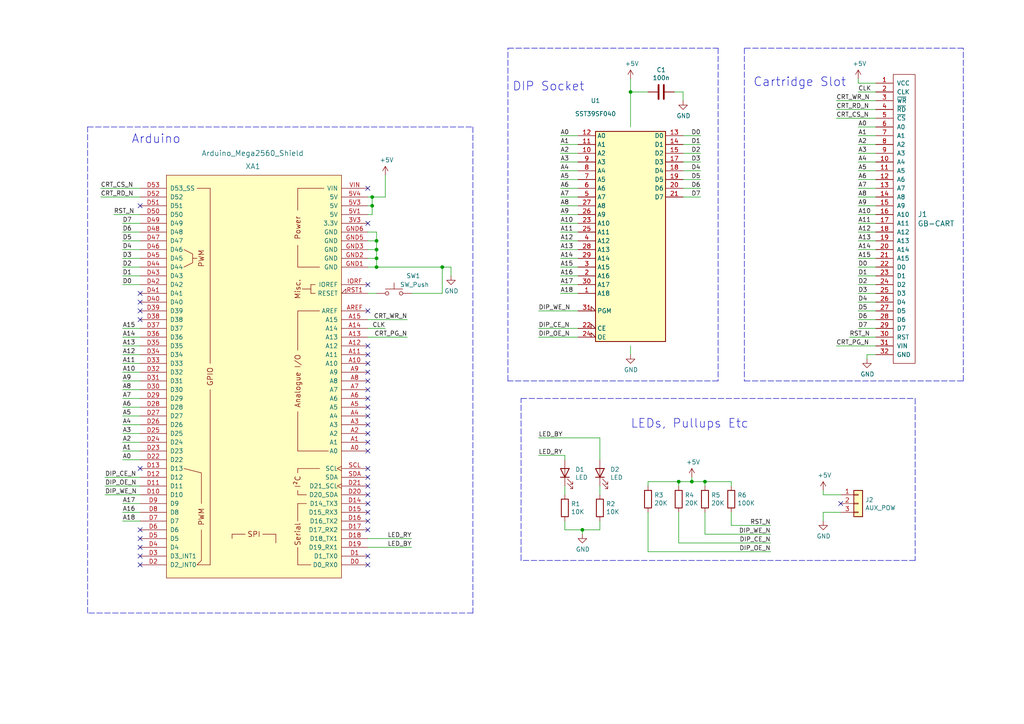
<source format=kicad_sch>
(kicad_sch (version 20211123) (generator eeschema)
  (paper "A4")
  (title_block (title "Writeboi Programmer") (date "2022-09-15") (company "ALXCO-Hardware"))
  (lib_symbols
    (symbol "Connector_Generic:Conn_01x03" (pin_names (offset 1.016) hide)
      (property "Reference" "J" (at 0 5.08 0))
      (property "Value" "Conn_01x03" (at 0 -5.08 0))
      (symbol "Conn_01x03_1_1"
        (rectangle (start -1.27 -2.413) (end 0 -2.667) (stroke (width 0.1524)))
        (rectangle (start -1.27 0.127) (end 0 -0.127) (stroke (width 0.1524)))
        (rectangle (start -1.27 2.667) (end 0 2.413) (stroke (width 0.1524)))
        (rectangle (start -1.27 3.81) (end 1.27 -3.81) (stroke (width 0.254)) (fill (type background)))
        (pin passive line (at -5.08 2.54 0) (length 3.81) (name "Pin_1") (number "1"))
        (pin passive line (at -5.08 0 0) (length 3.81) (name "Pin_2") (number "2"))
        (pin passive line (at -5.08 -2.54 0) (length 3.81) (name "Pin_3") (number "3"))
      )
    )
    (symbol "Device:C" (pin_numbers hide) (pin_names (offset 0.254))
      (property "Reference" "C" (at 0.635 2.54 0))
      (property "Value" "C" (at 0.635 -2.54 0))
      (symbol "C_0_1"
        (polyline (pts (xy -2.032 -0.762) (xy 2.032 -0.762)) (stroke (width 0.508)))
        (polyline (pts (xy -2.032 0.762) (xy 2.032 0.762)) (stroke (width 0.508)))
      )
      (symbol "C_1_1"
        (pin passive line (at 0 3.81 270) (length 2.794) (name "~") (number "1"))
        (pin passive line (at 0 -3.81 90) (length 2.794) (name "~") (number "2"))
      )
    )
    (symbol "Device:LED" (pin_numbers hide) (pin_names (offset 1.016) hide)
      (property "Reference" "D" (at 0 2.54 0))
      (property "Value" "LED" (at 0 -2.54 0))
      (symbol "LED_0_1"
        (polyline (pts (xy -1.27 -1.27) (xy -1.27 1.27)) (stroke (width 0.254)))
        (polyline (pts (xy -1.27 0) (xy 1.27 0)))
        (polyline (pts (xy 1.27 -1.27) (xy 1.27 1.27) (xy -1.27 0) (xy 1.27 -1.27)) (stroke (width 0.254)))
        (polyline (pts (xy -3.048 -0.762) (xy -4.572 -2.286) (xy -3.81 -2.286) (xy -4.572 -2.286) (xy -4.572 -1.524)))
        (polyline (pts (xy -1.778 -0.762) (xy -3.302 -2.286) (xy -2.54 -2.286) (xy -3.302 -2.286) (xy -3.302 -1.524)))
      )
      (symbol "LED_1_1"
        (pin passive line (at -3.81 0 0) (length 2.54) (name "K") (number "1"))
        (pin passive line (at 3.81 0 180) (length 2.54) (name "A") (number "2"))
      )
    )
    (symbol "Device:R" (pin_numbers hide) (pin_names (offset 0))
      (property "Reference" "R" (at 2.032 0 90))
      (property "Value" "R" (at 0 0 90))
      (symbol "R_0_1"
        (rectangle (start -1.016 -2.54) (end 1.016 2.54) (stroke (width 0.254)))
      )
      (symbol "R_1_1"
        (pin passive line (at 0 3.81 270) (length 1.27) (name "~") (number "1"))
        (pin passive line (at 0 -3.81 90) (length 1.27) (name "~") (number "2"))
      )
    )
    (symbol "GBprogparts:GB-CART" (pin_names (offset 1.016))
      (property "Reference" "J" (at -2.54 43.18 0))
      (property "Value" "GB-CART" (at 0 -43.18 0))
      (symbol "GB-CART_0_1"
        (rectangle (start -3.81 41.91) (end 2.54 -41.91))
      )
      (symbol "GB-CART_1_1"
        (pin power_out line (at 7.62 39.37 180) (length 5.08) (name "VCC") (number "1"))
        (pin output line (at 7.62 16.51 180) (length 5.08) (name "A4") (number "10"))
        (pin output line (at 7.62 13.97 180) (length 5.08) (name "A5") (number "11"))
        (pin output line (at 7.62 11.43 180) (length 5.08) (name "A6") (number "12"))
        (pin output line (at 7.62 8.89 180) (length 5.08) (name "A7") (number "13"))
        (pin output line (at 7.62 6.35 180) (length 5.08) (name "A8") (number "14"))
        (pin output line (at 7.62 3.81 180) (length 5.08) (name "A9") (number "15"))
        (pin output line (at 7.62 1.27 180) (length 5.08) (name "A10") (number "16"))
        (pin output line (at 7.62 -1.27 180) (length 5.08) (name "A11") (number "17"))
        (pin output line (at 7.62 -3.81 180) (length 5.08) (name "A12") (number "18"))
        (pin output line (at 7.62 -6.35 180) (length 5.08) (name "A13") (number "19"))
        (pin output line (at 7.62 36.83 180) (length 5.08) (name "CLK") (number "2"))
        (pin output line (at 7.62 -8.89 180) (length 5.08) (name "A14") (number "20"))
        (pin output line (at 7.62 -11.43 180) (length 5.08) (name "A15") (number "21"))
        (pin tri_state line (at 7.62 -13.97 180) (length 5.08) (name "D0") (number "22"))
        (pin tri_state line (at 7.62 -16.51 180) (length 5.08) (name "D1") (number "23"))
        (pin tri_state line (at 7.62 -19.05 180) (length 5.08) (name "D2") (number "24"))
        (pin tri_state line (at 7.62 -21.59 180) (length 5.08) (name "D3") (number "25"))
        (pin tri_state line (at 7.62 -24.13 180) (length 5.08) (name "D4") (number "26"))
        (pin tri_state line (at 7.62 -26.67 180) (length 5.08) (name "D5") (number "27"))
        (pin tri_state line (at 7.62 -29.21 180) (length 5.08) (name "D6") (number "28"))
        (pin tri_state line (at 7.62 -31.75 180) (length 5.08) (name "D7") (number "29"))
        (pin output line (at 7.62 34.29 180) (length 5.08) (name "~{WR}") (number "3"))
        (pin output line (at 7.62 -34.29 180) (length 5.08) (name "RST") (number "30"))
        (pin input line (at 7.62 -36.83 180) (length 5.08) (name "VIN") (number "31"))
        (pin power_out line (at 7.62 -39.37 180) (length 5.08) (name "GND") (number "32"))
        (pin output line (at 7.62 31.75 180) (length 5.08) (name "~{RD}") (number "4"))
        (pin output line (at 7.62 29.21 180) (length 5.08) (name "~{CS}") (number "5"))
        (pin output line (at 7.62 26.67 180) (length 5.08) (name "A0") (number "6"))
        (pin output line (at 7.62 24.13 180) (length 5.08) (name "A1") (number "7"))
        (pin output line (at 7.62 21.59 180) (length 5.08) (name "A2") (number "8"))
        (pin output line (at 7.62 19.05 180) (length 5.08) (name "A3") (number "9"))
      )
    )
    (symbol "Memory_Flash:SST39SF040"
      (property "Reference" "U" (at 2.54 33.02 0))
      (property "Value" "SST39SF040" (at 0 -30.48 0))
      (symbol "SST39SF040_0_0"
        (pin power_in line (at 0 -30.48 90) (length 1.27) hide (name "GND") (number "16"))
        (pin power_in line (at 0 33.02 270) (length 1.27) hide (name "VCC") (number "32"))
      )
      (symbol "SST39SF040_0_1"
        (rectangle (start -10.16 31.75) (end 10.16 -29.21) (stroke (width 0.254)) (fill (type background)))
      )
      (symbol "SST39SF040_1_1"
        (pin input line (at -15.24 -15.24 0) (length 5.08) (name "A18") (number "1"))
        (pin input line (at -15.24 25.4 0) (length 5.08) (name "A2") (number "10"))
        (pin input line (at -15.24 27.94 0) (length 5.08) (name "A1") (number "11"))
        (pin input line (at -15.24 30.48 0) (length 5.08) (name "A0") (number "12"))
        (pin tri_state line (at 15.24 30.48 180) (length 5.08) (name "D0") (number "13"))
        (pin tri_state line (at 15.24 27.94 180) (length 5.08) (name "D1") (number "14"))
        (pin tri_state line (at 15.24 25.4 180) (length 5.08) (name "D2") (number "15"))
        (pin tri_state line (at 15.24 22.86 180) (length 5.08) (name "D3") (number "17"))
        (pin tri_state line (at 15.24 20.32 180) (length 5.08) (name "D4") (number "18"))
        (pin tri_state line (at 15.24 17.78 180) (length 5.08) (name "D5") (number "19"))
        (pin input line (at -15.24 -10.16 0) (length 5.08) (name "A16") (number "2"))
        (pin tri_state line (at 15.24 15.24 180) (length 5.08) (name "D6") (number "20"))
        (pin tri_state line (at 15.24 12.7 180) (length 5.08) (name "D7") (number "21"))
        (pin input input_low (at -15.24 -25.4 0) (length 5.08) (name "CE") (number "22"))
        (pin input line (at -15.24 5.08 0) (length 5.08) (name "A10") (number "23"))
        (pin input input_low (at -15.24 -27.94 0) (length 5.08) (name "OE") (number "24"))
        (pin input line (at -15.24 2.54 0) (length 5.08) (name "A11") (number "25"))
        (pin input line (at -15.24 7.62 0) (length 5.08) (name "A9") (number "26"))
        (pin input line (at -15.24 10.16 0) (length 5.08) (name "A8") (number "27"))
        (pin input line (at -15.24 -2.54 0) (length 5.08) (name "A13") (number "28"))
        (pin input line (at -15.24 -5.08 0) (length 5.08) (name "A14") (number "29"))
        (pin input line (at -15.24 -7.62 0) (length 5.08) (name "A15") (number "3"))
        (pin input line (at -15.24 -12.7 0) (length 5.08) (name "A17") (number "30"))
        (pin input input_low (at -15.24 -20.32 0) (length 5.08) (name "PGM") (number "31"))
        (pin input line (at -15.24 0 0) (length 5.08) (name "A12") (number "4"))
        (pin input line (at -15.24 12.7 0) (length 5.08) (name "A7") (number "5"))
        (pin input line (at -15.24 15.24 0) (length 5.08) (name "A6") (number "6"))
        (pin input line (at -15.24 17.78 0) (length 5.08) (name "A5") (number "7"))
        (pin input line (at -15.24 20.32 0) (length 5.08) (name "A4") (number "8"))
        (pin input line (at -15.24 22.86 0) (length 5.08) (name "A3") (number "9"))
      )
    )
    (symbol "Switch:SW_Push" (pin_numbers hide) (pin_names (offset 1.016) hide)
      (property "Reference" "SW" (at 1.27 2.54 0))
      (property "Value" "SW_Push" (at 0 -1.524 0))
      (symbol "SW_Push_0_1"
        (circle (center -2.032 0) (radius 0.508))
        (polyline (pts (xy 0 1.27) (xy 0 3.048)))
        (polyline (pts (xy 2.54 1.27) (xy -2.54 1.27)))
        (circle (center 2.032 0) (radius 0.508))
        (pin passive line (at -5.08 0 0) (length 2.54) (name "1") (number "1"))
        (pin passive line (at 5.08 0 180) (length 2.54) (name "2") (number "2"))
      )
    )
    (symbol "arduino:Arduino_Mega2560_ShieldNOSPI" (pin_names (offset 1.016))
      (property "Reference" "XA" (at 2.54 0 90))
      (property "Value" "Arduino_Mega2560_ShieldNOSPI" (at -2.54 0 90))
      (symbol "Arduino_Mega2560_ShieldNOSPI_0_0"
        (rectangle (start -25.4 -58.42) (end 25.4 58.42) (fill (type background)))
        (rectangle (start -20.32 -54.61) (end -12.7 -54.61))
        (rectangle (start -19.05 -31.75) (end -12.7 -31.75))
        (rectangle (start -19.05 -19.05) (end -12.7 -19.05))
        (rectangle (start -19.05 26.67) (end -12.7 26.67))
        (rectangle (start -17.78 -26.67) (end -16.51 -26.67))
        (rectangle (start -17.78 -24.13) (end -16.51 -24.13))
        (rectangle (start -16.51 -25.4) (end -13.97 -25.4))
        (rectangle (start -16.51 -24.13) (end -16.51 -26.67))
        (rectangle (start -16.51 54.61) (end -12.7 54.61))
        (rectangle (start -15.24 34.29) (end -12.7 34.29))
        (rectangle (start -15.24 36.83) (end -12.7 36.83))
        (rectangle (start -12.7 -54.61) (end -12.7 -48.26))
        (rectangle (start -12.7 -31.75) (end -12.7 -38.1))
        (rectangle (start -12.7 26.67) (end -12.7 27.94))
        (rectangle (start -12.7 34.29) (end -12.7 33.02))
        (rectangle (start -12.7 41.91) (end -12.7 36.83))
        (rectangle (start -12.7 49.53) (end -12.7 54.61))
        (rectangle (start -6.35 48.26) (end -6.35 45.72))
        (rectangle (start -2.54 45.72) (end -6.35 45.72))
        (polyline (pts (xy -21.59 21.59) (xy -12.7 21.59)))
        (polyline (pts (xy -12.7 -19.05) (xy -12.7 -7.62)))
        (polyline (pts (xy -12.7 10.16) (xy -12.7 21.59)))
        (polyline (pts (xy 12.7 -54.61) (xy 16.51 -54.61)))
        (polyline (pts (xy 12.7 54.61) (xy 16.51 54.61)))
        (polyline (pts (xy 17.78 -34.29) (xy 16.51 -34.29)))
        (polyline (pts (xy 15.24 36.83) (xy 15.24 27.94) (xy 20.32 26.67)))
        (polyline (pts (xy 15.24 44.45) (xy 15.24 53.34) (xy 16.51 54.61)))
        (polyline (pts (xy 20.32 -31.75) (xy 17.78 -33.02) (xy 17.78 -35.56) (xy 20.32 -36.83)))
        (rectangle (start 6.35 45.72) (end 2.54 45.72))
        (rectangle (start 6.35 46.99) (end 6.35 45.72))
        (text "Analogue I/O" (at -12.7 1.27 900) (effects (font (size 1.524 1.524))))
        (text "I²C" (at -12.7 30.48 900) (effects (font (size 1.524 1.524))))
        (text "Misc." (at -12.7 -25.4 900) (effects (font (size 1.524 1.524))))
        (text "Power" (at -12.7 -43.18 900) (effects (font (size 1.524 1.524))))
        (text "PWM" (at 15.24 -34.29 900) (effects (font (size 1.524 1.524))))
        (text "PWM" (at 15.24 40.64 900) (effects (font (size 1.524 1.524))))
        (text "Serial" (at -12.7 45.72 900) (effects (font (size 1.524 1.524))))
        (text "SPI" (at 0 45.72 0) (effects (font (size 1.524 1.524))))
      )
      (symbol "Arduino_Mega2560_ShieldNOSPI_1_0"
        (rectangle (start 12.7 -54.61) (end 12.7 -3.81))
        (rectangle (start 12.7 54.61) (end 12.7 3.81))
        (text "GPIO" (at 12.7 0 900) (effects (font (size 1.524 1.524))))
      )
      (symbol "Arduino_Mega2560_ShieldNOSPI_1_1"
        (pin power_in line (at -33.02 -44.45 0) (length 7.62) (name "3.3V") (number "3V3"))
        (pin power_in line (at -33.02 -46.99 0) (length 7.62) (name "5V") (number "5V1"))
        (pin power_in line (at -33.02 -49.53 0) (length 7.62) (name "5V") (number "5V3"))
        (pin power_in line (at -33.02 -52.07 0) (length 7.62) (name "5V") (number "5V4"))
        (pin bidirectional line (at -33.02 21.59 0) (length 7.62) (name "A0") (number "A0"))
        (pin bidirectional line (at -33.02 19.05 0) (length 7.62) (name "A1") (number "A1"))
        (pin bidirectional line (at -33.02 -3.81 0) (length 7.62) (name "A10") (number "A10"))
        (pin bidirectional line (at -33.02 -6.35 0) (length 7.62) (name "A11") (number "A11"))
        (pin bidirectional line (at -33.02 -8.89 0) (length 7.62) (name "A12") (number "A12"))
        (pin bidirectional line (at -33.02 -11.43 0) (length 7.62) (name "A13") (number "A13"))
        (pin bidirectional line (at -33.02 -13.97 0) (length 7.62) (name "A14") (number "A14"))
        (pin bidirectional line (at -33.02 -16.51 0) (length 7.62) (name "A15") (number "A15"))
        (pin bidirectional line (at -33.02 16.51 0) (length 7.62) (name "A2") (number "A2"))
        (pin bidirectional line (at -33.02 13.97 0) (length 7.62) (name "A3") (number "A3"))
        (pin bidirectional line (at -33.02 11.43 0) (length 7.62) (name "A4") (number "A4"))
        (pin bidirectional line (at -33.02 8.89 0) (length 7.62) (name "A5") (number "A5"))
        (pin bidirectional line (at -33.02 6.35 0) (length 7.62) (name "A6") (number "A6"))
        (pin bidirectional line (at -33.02 3.81 0) (length 7.62) (name "A7") (number "A7"))
        (pin bidirectional line (at -33.02 1.27 0) (length 7.62) (name "A8") (number "A8"))
        (pin bidirectional line (at -33.02 -1.27 0) (length 7.62) (name "A9") (number "A9"))
        (pin input line (at -33.02 -19.05 0) (length 7.62) (name "AREF") (number "AREF"))
        (pin bidirectional line (at -33.02 54.61 0) (length 7.62) (name "D0_RX0") (number "D0"))
        (pin bidirectional line (at -33.02 52.07 0) (length 7.62) (name "D1_TX0") (number "D1"))
        (pin bidirectional line (at 33.02 34.29 180) (length 7.62) (name "D10") (number "D10"))
        (pin bidirectional line (at 33.02 31.75 180) (length 7.62) (name "D11") (number "D11"))
        (pin bidirectional line (at 33.02 29.21 180) (length 7.62) (name "D12") (number "D12"))
        (pin bidirectional line (at 33.02 26.67 180) (length 7.62) (name "D13") (number "D13"))
        (pin bidirectional line (at -33.02 36.83 0) (length 7.62) (name "D14_TX3") (number "D14"))
        (pin bidirectional line (at -33.02 39.37 0) (length 7.62) (name "D15_RX3") (number "D15"))
        (pin bidirectional line (at -33.02 41.91 0) (length 7.62) (name "D16_TX2") (number "D16"))
        (pin bidirectional line (at -33.02 44.45 0) (length 7.62) (name "D17_RX2") (number "D17"))
        (pin bidirectional line (at -33.02 46.99 0) (length 7.62) (name "D18_TX1") (number "D18"))
        (pin bidirectional line (at -33.02 49.53 0) (length 7.62) (name "D19_RX1") (number "D19"))
        (pin bidirectional line (at 33.02 54.61 180) (length 7.62) (name "D2_INT0") (number "D2"))
        (pin bidirectional line (at -33.02 34.29 0) (length 7.62) (name "D20_SDA") (number "D20"))
        (pin bidirectional clock (at -33.02 31.75 0) (length 7.62) (name "D21_SCL") (number "D21"))
        (pin bidirectional line (at 33.02 24.13 180) (length 7.62) (name "D22") (number "D22"))
        (pin bidirectional line (at 33.02 21.59 180) (length 7.62) (name "D23") (number "D23"))
        (pin bidirectional line (at 33.02 19.05 180) (length 7.62) (name "D24") (number "D24"))
        (pin bidirectional line (at 33.02 16.51 180) (length 7.62) (name "D25") (number "D25"))
        (pin bidirectional line (at 33.02 13.97 180) (length 7.62) (name "D26") (number "D26"))
        (pin bidirectional line (at 33.02 11.43 180) (length 7.62) (name "D27") (number "D27"))
        (pin bidirectional line (at 33.02 8.89 180) (length 7.62) (name "D28") (number "D28"))
        (pin bidirectional line (at 33.02 6.35 180) (length 7.62) (name "D29") (number "D29"))
        (pin bidirectional line (at 33.02 52.07 180) (length 7.62) (name "D3_INT1") (number "D3"))
        (pin bidirectional line (at 33.02 3.81 180) (length 7.62) (name "D30") (number "D30"))
        (pin bidirectional line (at 33.02 1.27 180) (length 7.62) (name "D31") (number "D31"))
        (pin bidirectional line (at 33.02 -1.27 180) (length 7.62) (name "D32") (number "D32"))
        (pin bidirectional line (at 33.02 -3.81 180) (length 7.62) (name "D33") (number "D33"))
        (pin bidirectional line (at 33.02 -6.35 180) (length 7.62) (name "D34") (number "D34"))
        (pin bidirectional line (at 33.02 -8.89 180) (length 7.62) (name "D35") (number "D35"))
        (pin bidirectional line (at 33.02 -11.43 180) (length 7.62) (name "D36") (number "D36"))
        (pin bidirectional line (at 33.02 -13.97 180) (length 7.62) (name "D37") (number "D37"))
        (pin bidirectional line (at 33.02 -16.51 180) (length 7.62) (name "D38") (number "D38"))
        (pin bidirectional line (at 33.02 -19.05 180) (length 7.62) (name "D39") (number "D39"))
        (pin bidirectional line (at 33.02 49.53 180) (length 7.62) (name "D4") (number "D4"))
        (pin bidirectional line (at 33.02 -21.59 180) (length 7.62) (name "D40") (number "D40"))
        (pin bidirectional line (at 33.02 -24.13 180) (length 7.62) (name "D41") (number "D41"))
        (pin bidirectional line (at 33.02 -26.67 180) (length 7.62) (name "D42") (number "D42"))
        (pin bidirectional line (at 33.02 -29.21 180) (length 7.62) (name "D43") (number "D43"))
        (pin bidirectional line (at 33.02 -31.75 180) (length 7.62) (name "D44") (number "D44"))
        (pin bidirectional line (at 33.02 -34.29 180) (length 7.62) (name "D45") (number "D45"))
        (pin bidirectional line (at 33.02 -36.83 180) (length 7.62) (name "D46") (number "D46"))
        (pin bidirectional line (at 33.02 -39.37 180) (length 7.62) (name "D47") (number "D47"))
        (pin bidirectional line (at 33.02 -41.91 180) (length 7.62) (name "D48") (number "D48"))
        (pin bidirectional line (at 33.02 -44.45 180) (length 7.62) (name "D49") (number "D49"))
        (pin bidirectional line (at 33.02 46.99 180) (length 7.62) (name "D5") (number "D5"))
        (pin bidirectional line (at 33.02 -46.99 180) (length 7.62) (name "D50") (number "D50"))
        (pin bidirectional line (at 33.02 -49.53 180) (length 7.62) (name "D51") (number "D51"))
        (pin bidirectional line (at 33.02 -52.07 180) (length 7.62) (name "D52") (number "D52"))
        (pin bidirectional line (at 33.02 -54.61 180) (length 7.62) (name "D53_SS") (number "D53"))
        (pin bidirectional line (at 33.02 44.45 180) (length 7.62) (name "D6") (number "D6"))
        (pin bidirectional line (at 33.02 41.91 180) (length 7.62) (name "D7") (number "D7"))
        (pin bidirectional line (at 33.02 39.37 180) (length 7.62) (name "D8") (number "D8"))
        (pin bidirectional line (at 33.02 36.83 180) (length 7.62) (name "D9") (number "D9"))
        (pin power_in line (at -33.02 -31.75 0) (length 7.62) (name "GND") (number "GND1"))
        (pin power_in line (at -33.02 -34.29 0) (length 7.62) (name "GND") (number "GND2"))
        (pin power_in line (at -33.02 -36.83 0) (length 7.62) (name "GND") (number "GND3"))
        (pin power_in line (at -33.02 -39.37 0) (length 7.62) (name "GND") (number "GND5"))
        (pin power_in line (at -33.02 -41.91 0) (length 7.62) (name "GND") (number "GND6"))
        (pin output line (at -33.02 -26.67 0) (length 7.62) (name "IOREF") (number "IORF"))
        (pin open_collector input_low (at -33.02 -24.13 0) (length 7.62) (name "RESET") (number "RST1"))
        (pin bidirectional clock (at -33.02 26.67 0) (length 7.62) (name "SCL") (number "SCL"))
        (pin bidirectional line (at -33.02 29.21 0) (length 7.62) (name "SDA") (number "SDA"))
        (pin power_in line (at -33.02 -54.61 0) (length 7.62) (name "VIN") (number "VIN"))
      )
    )
    (symbol "power:+5V" (power) (pin_names (offset 0))
      (property "Value" "+5V" (at 0 3.556 0))
      (symbol "+5V_0_1"
        (polyline (pts (xy -0.762 1.27) (xy 0 2.54)))
        (polyline (pts (xy 0 0) (xy 0 2.54)))
        (polyline (pts (xy 0 2.54) (xy 0.762 1.27)))
      )
      (symbol "+5V_1_1"
        (pin power_in line (at 0 0 90) (length 0) hide (name "+5V") (number "1"))
      )
    )
    (symbol "power:GND" (power) (pin_names (offset 0))
      (property "Value" "GND" (at 0 -3.81 0))
      (symbol "GND_0_1"
        (polyline (pts (xy 0 0) (xy 0 -1.27) (xy 1.27 -1.27) (xy 0 -2.54) (xy -1.27 -1.27) (xy 0 -1.27)))
      )
      (symbol "GND_1_1"
        (pin power_in line (at 0 0 270) (length 0) hide (name "GND") (number "1"))
      )
    )
  )
  (junction (at 109.22 72.39))
  (junction (at 109.22 69.85))
  (junction (at 200.66 139.7))
  (junction (at 107.95 57.15))
  (junction (at 107.95 59.69))
  (junction (at 109.22 77.47))
  (junction (at 204.47 139.7))
  (junction (at 128.27 77.47))
  (junction (at 109.22 74.93))
  (junction (at 182.88 26.67))
  (junction (at 168.91 153.67))
  (junction (at 196.85 139.7))
  (no_connect (at 40.64 59.69))
  (no_connect (at 106.68 143.51))
  (no_connect (at 106.68 146.05))
  (no_connect (at 106.68 105.41))
  (no_connect (at 40.64 92.71))
  (no_connect (at 40.64 90.17))
  (no_connect (at 40.64 163.83))
  (no_connect (at 40.64 85.09))
  (no_connect (at 106.68 128.27))
  (no_connect (at 106.68 54.61))
  (no_connect (at 106.68 102.87))
  (no_connect (at 106.68 163.83))
  (no_connect (at 106.68 107.95))
  (no_connect (at 106.68 82.55))
  (no_connect (at 40.64 135.89))
  (no_connect (at 40.64 153.67))
  (no_connect (at 106.68 90.17))
  (no_connect (at 106.68 125.73))
  (no_connect (at 40.64 161.29))
  (no_connect (at 106.68 130.81))
  (no_connect (at 106.68 115.57))
  (no_connect (at 106.68 123.19))
  (no_connect (at 106.68 110.49))
  (no_connect (at 106.68 118.11))
  (no_connect (at 106.68 148.59))
  (no_connect (at 106.68 161.29))
  (no_connect (at 106.68 64.77))
  (no_connect (at 106.68 135.89))
  (no_connect (at 106.68 151.13))
  (no_connect (at 106.68 153.67))
  (no_connect (at 106.68 120.65))
  (no_connect (at 106.68 138.43))
  (no_connect (at 106.68 100.33))
  (no_connect (at 243.84 146.05))
  (no_connect (at 40.64 156.21))
  (no_connect (at 106.68 140.97))
  (no_connect (at 40.64 87.63))
  (no_connect (at 106.68 113.03))
  (no_connect (at 40.64 158.75))
  (polyline (pts (xy 208.28 13.97) (xy 208.28 110.49)))
  (wire (pts (xy 242.57 100.33) (xy 254 100.33)))
  (wire (pts (xy 163.83 153.67) (xy 168.91 153.67)))
  (wire (pts (xy 212.09 139.7) (xy 204.47 139.7)))
  (polyline (pts (xy 25.4 177.8) (xy 25.4 36.83)))
  (wire (pts (xy 212.09 148.59) (xy 212.09 152.4)))
  (wire (pts (xy 254 29.21) (xy 242.57 29.21)))
  (wire (pts (xy 242.57 31.75) (xy 254 31.75)))
  (wire (pts (xy 248.92 77.47) (xy 254 77.47)))
  (wire (pts (xy 254 64.77) (xy 248.92 64.77)))
  (wire (pts (xy 182.88 102.87) (xy 182.88 100.33)))
  (wire (pts (xy 106.68 72.39) (xy 109.22 72.39)))
  (wire (pts (xy 198.12 26.67) (xy 198.12 29.21)))
  (polyline (pts (xy 279.4 13.97) (xy 215.9 13.97)))
  (wire (pts (xy 40.64 100.33) (xy 35.56 100.33)))
  (wire (pts (xy 254 59.69) (xy 248.92 59.69)))
  (wire (pts (xy 109.22 74.93) (xy 109.22 77.47)))
  (wire (pts (xy 40.64 143.51) (xy 30.48 143.51)))
  (wire (pts (xy 248.92 90.17) (xy 254 90.17)))
  (wire (pts (xy 40.64 110.49) (xy 35.56 110.49)))
  (wire (pts (xy 254 46.99) (xy 248.92 46.99)))
  (wire (pts (xy 40.64 105.41) (xy 35.56 105.41)))
  (wire (pts (xy 162.56 54.61) (xy 167.64 54.61)))
  (wire (pts (xy 212.09 152.4) (xy 223.52 152.4)))
  (polyline (pts (xy 265.43 162.56) (xy 151.13 162.56)))
  (wire (pts (xy 173.99 153.67) (xy 168.91 153.67)))
  (wire (pts (xy 182.88 36.83) (xy 182.88 26.67)))
  (wire (pts (xy 238.76 143.51) (xy 243.84 143.51)))
  (wire (pts (xy 173.99 127) (xy 173.99 133.35)))
  (wire (pts (xy 187.96 139.7) (xy 196.85 139.7)))
  (wire (pts (xy 162.56 59.69) (xy 167.64 59.69)))
  (wire (pts (xy 212.09 140.97) (xy 212.09 139.7)))
  (polyline (pts (xy 137.16 177.8) (xy 25.4 177.8)))
  (wire (pts (xy 238.76 151.13) (xy 238.76 148.59)))
  (wire (pts (xy 40.64 128.27) (xy 35.56 128.27)))
  (wire (pts (xy 162.56 49.53) (xy 167.64 49.53)))
  (wire (pts (xy 248.92 57.15) (xy 254 57.15)))
  (wire (pts (xy 254 41.91) (xy 248.92 41.91)))
  (wire (pts (xy 106.68 69.85) (xy 109.22 69.85)))
  (polyline (pts (xy 147.32 13.97) (xy 208.28 13.97)))
  (wire (pts (xy 35.56 151.13) (xy 40.64 151.13)))
  (wire (pts (xy 203.2 57.15) (xy 198.12 57.15)))
  (wire (pts (xy 254 80.01) (xy 248.92 80.01)))
  (wire (pts (xy 35.56 107.95) (xy 40.64 107.95)))
  (wire (pts (xy 196.85 148.59) (xy 196.85 157.48)))
  (wire (pts (xy 198.12 44.45) (xy 203.2 44.45)))
  (wire (pts (xy 251.46 102.87) (xy 251.46 104.14)))
  (wire (pts (xy 118.11 92.71) (xy 106.68 92.71)))
  (wire (pts (xy 163.83 132.08) (xy 163.83 133.35)))
  (wire (pts (xy 40.64 115.57) (xy 35.56 115.57)))
  (wire (pts (xy 203.2 52.07) (xy 198.12 52.07)))
  (wire (pts (xy 130.81 77.47) (xy 130.81 80.01)))
  (wire (pts (xy 35.56 148.59) (xy 40.64 148.59)))
  (wire (pts (xy 238.76 148.59) (xy 243.84 148.59)))
  (wire (pts (xy 35.56 102.87) (xy 40.64 102.87)))
  (wire (pts (xy 35.56 97.79) (xy 40.64 97.79)))
  (wire (pts (xy 156.21 95.25) (xy 167.64 95.25)))
  (wire (pts (xy 162.56 57.15) (xy 167.64 57.15)))
  (wire (pts (xy 204.47 148.59) (xy 204.47 154.94)))
  (wire (pts (xy 198.12 39.37) (xy 203.2 39.37)))
  (wire (pts (xy 156.21 90.17) (xy 167.64 90.17)))
  (polyline (pts (xy 215.9 110.49) (xy 279.4 110.49)))
  (wire (pts (xy 248.92 85.09) (xy 254 85.09)))
  (wire (pts (xy 204.47 154.94) (xy 223.52 154.94)))
  (wire (pts (xy 128.27 77.47) (xy 130.81 77.47)))
  (wire (pts (xy 106.68 158.75) (xy 119.38 158.75)))
  (wire (pts (xy 162.56 39.37) (xy 167.64 39.37)))
  (polyline (pts (xy 25.4 36.83) (xy 137.16 36.83)))
  (polyline (pts (xy 151.13 115.57) (xy 265.43 115.57)))
  (wire (pts (xy 248.92 44.45) (xy 254 44.45)))
  (wire (pts (xy 40.64 133.35) (xy 35.56 133.35)))
  (wire (pts (xy 35.56 72.39) (xy 40.64 72.39)))
  (wire (pts (xy 106.68 67.31) (xy 109.22 67.31)))
  (wire (pts (xy 254 97.79) (xy 246.38 97.79)))
  (wire (pts (xy 162.56 44.45) (xy 167.64 44.45)))
  (wire (pts (xy 173.99 143.51) (xy 173.99 140.97)))
  (wire (pts (xy 29.21 57.15) (xy 40.64 57.15)))
  (polyline (pts (xy 151.13 162.56) (xy 151.13 115.57)))
  (wire (pts (xy 107.95 57.15) (xy 107.95 59.69)))
  (wire (pts (xy 107.95 57.15) (xy 111.76 57.15)))
  (wire (pts (xy 248.92 72.39) (xy 254 72.39)))
  (wire (pts (xy 196.85 140.97) (xy 196.85 139.7)))
  (wire (pts (xy 106.68 74.93) (xy 109.22 74.93)))
  (wire (pts (xy 248.92 22.86) (xy 248.92 24.13)))
  (wire (pts (xy 35.56 67.31) (xy 40.64 67.31)))
  (wire (pts (xy 106.68 85.09) (xy 109.22 85.09)))
  (wire (pts (xy 187.96 148.59) (xy 187.96 160.02)))
  (wire (pts (xy 254 69.85) (xy 248.92 69.85)))
  (wire (pts (xy 248.92 24.13) (xy 254 24.13)))
  (wire (pts (xy 195.58 26.67) (xy 198.12 26.67)))
  (wire (pts (xy 162.56 41.91) (xy 167.64 41.91)))
  (wire (pts (xy 106.68 156.21) (xy 119.38 156.21)))
  (wire (pts (xy 109.22 69.85) (xy 109.22 72.39)))
  (wire (pts (xy 40.64 120.65) (xy 35.56 120.65)))
  (wire (pts (xy 162.56 74.93) (xy 167.64 74.93)))
  (wire (pts (xy 162.56 64.77) (xy 167.64 64.77)))
  (wire (pts (xy 162.56 69.85) (xy 167.64 69.85)))
  (wire (pts (xy 168.91 153.67) (xy 168.91 154.94)))
  (wire (pts (xy 156.21 132.08) (xy 163.83 132.08)))
  (wire (pts (xy 111.76 57.15) (xy 111.76 50.8)))
  (wire (pts (xy 254 54.61) (xy 248.92 54.61)))
  (wire (pts (xy 248.92 52.07) (xy 254 52.07)))
  (wire (pts (xy 40.64 80.01) (xy 35.56 80.01)))
  (wire (pts (xy 109.22 77.47) (xy 128.27 77.47)))
  (wire (pts (xy 107.95 62.23) (xy 106.68 62.23)))
  (wire (pts (xy 35.56 74.93) (xy 40.64 74.93)))
  (wire (pts (xy 187.96 160.02) (xy 223.52 160.02)))
  (wire (pts (xy 248.92 39.37) (xy 254 39.37)))
  (wire (pts (xy 162.56 77.47) (xy 167.64 77.47)))
  (wire (pts (xy 254 34.29) (xy 242.57 34.29)))
  (wire (pts (xy 248.92 26.67) (xy 254 26.67)))
  (wire (pts (xy 254 74.93) (xy 248.92 74.93)))
  (wire (pts (xy 162.56 80.01) (xy 167.64 80.01)))
  (wire (pts (xy 198.12 49.53) (xy 203.2 49.53)))
  (wire (pts (xy 162.56 67.31) (xy 167.64 67.31)))
  (wire (pts (xy 182.88 26.67) (xy 182.88 22.86)))
  (wire (pts (xy 40.64 62.23) (xy 33.02 62.23)))
  (wire (pts (xy 119.38 85.09) (xy 128.27 85.09)))
  (wire (pts (xy 35.56 69.85) (xy 40.64 69.85)))
  (wire (pts (xy 254 49.53) (xy 248.92 49.53)))
  (wire (pts (xy 163.83 151.13) (xy 163.83 153.67)))
  (wire (pts (xy 40.64 95.25) (xy 35.56 95.25)))
  (wire (pts (xy 35.56 146.05) (xy 40.64 146.05)))
  (wire (pts (xy 248.92 67.31) (xy 254 67.31)))
  (wire (pts (xy 173.99 151.13) (xy 173.99 153.67)))
  (wire (pts (xy 156.21 97.79) (xy 167.64 97.79)))
  (wire (pts (xy 162.56 82.55) (xy 167.64 82.55)))
  (wire (pts (xy 128.27 85.09) (xy 128.27 77.47)))
  (wire (pts (xy 248.92 87.63) (xy 254 87.63)))
  (wire (pts (xy 35.56 77.47) (xy 40.64 77.47)))
  (wire (pts (xy 248.92 95.25) (xy 254 95.25)))
  (wire (pts (xy 40.64 54.61) (xy 29.21 54.61)))
  (wire (pts (xy 162.56 85.09) (xy 167.64 85.09)))
  (wire (pts (xy 109.22 67.31) (xy 109.22 69.85)))
  (wire (pts (xy 35.56 118.11) (xy 40.64 118.11)))
  (wire (pts (xy 35.56 113.03) (xy 40.64 113.03)))
  (wire (pts (xy 248.92 92.71) (xy 254 92.71)))
  (wire (pts (xy 187.96 26.67) (xy 182.88 26.67)))
  (wire (pts (xy 106.68 77.47) (xy 109.22 77.47)))
  (wire (pts (xy 106.68 97.79) (xy 118.11 97.79)))
  (polyline (pts (xy 137.16 36.83) (xy 137.16 177.8)))
  (wire (pts (xy 162.56 62.23) (xy 167.64 62.23)))
  (wire (pts (xy 254 102.87) (xy 251.46 102.87)))
  (wire (pts (xy 200.66 139.7) (xy 200.66 138.43)))
  (wire (pts (xy 204.47 140.97) (xy 204.47 139.7)))
  (polyline (pts (xy 279.4 110.49) (xy 279.4 13.97)))
  (polyline (pts (xy 265.43 115.57) (xy 265.43 162.56)))
  (wire (pts (xy 35.56 64.77) (xy 40.64 64.77)))
  (wire (pts (xy 196.85 139.7) (xy 200.66 139.7)))
  (wire (pts (xy 106.68 57.15) (xy 107.95 57.15)))
  (wire (pts (xy 162.56 72.39) (xy 167.64 72.39)))
  (wire (pts (xy 30.48 138.43) (xy 40.64 138.43)))
  (wire (pts (xy 204.47 139.7) (xy 200.66 139.7)))
  (polyline (pts (xy 208.28 110.49) (xy 147.32 110.49)))
  (wire (pts (xy 163.83 143.51) (xy 163.83 140.97)))
  (wire (pts (xy 109.22 72.39) (xy 109.22 74.93)))
  (wire (pts (xy 203.2 54.61) (xy 198.12 54.61)))
  (wire (pts (xy 107.95 59.69) (xy 107.95 62.23)))
  (wire (pts (xy 40.64 123.19) (xy 35.56 123.19)))
  (wire (pts (xy 203.2 41.91) (xy 198.12 41.91)))
  (wire (pts (xy 107.95 59.69) (xy 106.68 59.69)))
  (wire (pts (xy 30.48 140.97) (xy 40.64 140.97)))
  (wire (pts (xy 196.85 157.48) (xy 223.52 157.48)))
  (wire (pts (xy 203.2 46.99) (xy 198.12 46.99)))
  (wire (pts (xy 106.68 95.25) (xy 111.76 95.25)))
  (wire (pts (xy 156.21 127) (xy 173.99 127)))
  (polyline (pts (xy 147.32 110.49) (xy 147.32 13.97)))
  (wire (pts (xy 238.76 142.24) (xy 238.76 143.51)))
  (wire (pts (xy 248.92 82.55) (xy 254 82.55)))
  (wire (pts (xy 162.56 52.07) (xy 167.64 52.07)))
  (wire (pts (xy 254 36.83) (xy 248.92 36.83)))
  (polyline (pts (xy 215.9 13.97) (xy 215.9 110.49)))
  (wire (pts (xy 35.56 125.73) (xy 40.64 125.73)))
  (wire (pts (xy 248.92 62.23) (xy 254 62.23)))
  (wire (pts (xy 35.56 82.55) (xy 40.64 82.55)))
  (wire (pts (xy 187.96 140.97) (xy 187.96 139.7)))
  (wire (pts (xy 35.56 130.81) (xy 40.64 130.81)))
  (wire (pts (xy 162.56 46.99) (xy 167.64 46.99)))
  (text "DIP Socket" (at 148.59 26.67 0) (effects (font (size 2.54 2.54)) (justify left bottom)))
  (text "Cartridge Slot" (at 218.44 25.4 0) (effects (font (size 2.54 2.54)) (justify left bottom)))
  (text "Arduino" (at 38.1 41.91 0) (effects (font (size 2.54 2.54)) (justify left bottom)))
  (text "LEDs, Pullups Etc" (at 182.88 124.46 0) (effects (font (size 2.54 2.54)) (justify left bottom)))
  (label "D6" (at 203.2 54.61 180))
  (label "A0" (at 162.56 39.37 0))
  (label "RST_N" (at 223.52 152.4 180))
  (label "D0" (at 203.2 39.37 180))
  (label "A5" (at 248.92 49.53 0))
  (label "CRT_RD_N" (at 242.57 31.75 0))
  (label "DIP_OE_N" (at 156.21 97.79 0))
  (label "A4" (at 35.56 123.19 0))
  (label "D4" (at 248.92 87.63 0))
  (label "DIP_OE_N" (at 30.48 140.97 0))
  (label "A12" (at 35.56 102.87 0))
  (label "A8" (at 248.92 57.15 0))
  (label "D5" (at 203.2 52.07 180))
  (label "D7" (at 35.56 64.77 0))
  (label "D3" (at 248.92 85.09 0))
  (label "A3" (at 35.56 125.73 0))
  (label "A11" (at 162.56 67.31 0))
  (label "A16" (at 35.56 148.59 0))
  (label "DIP_WE_N" (at 30.48 143.51 0))
  (label "A15" (at 35.56 95.25 0))
  (label "A13" (at 35.56 100.33 0))
  (label "A12" (at 248.92 67.31 0))
  (label "A8" (at 162.56 59.69 0))
  (label "A18" (at 35.56 151.13 0))
  (label "A2" (at 248.92 41.91 0))
  (label "A14" (at 162.56 74.93 0))
  (label "LED_BY" (at 156.21 127 0))
  (label "D2" (at 35.56 77.47 0))
  (label "D3" (at 203.2 46.99 180))
  (label "D4" (at 203.2 49.53 180))
  (label "A3" (at 248.92 44.45 0))
  (label "A2" (at 35.56 128.27 0))
  (label "A1" (at 248.92 39.37 0))
  (label "D4" (at 35.56 72.39 0))
  (label "A17" (at 35.56 146.05 0))
  (label "A14" (at 248.92 72.39 0))
  (label "D7" (at 203.2 57.15 180))
  (label "A11" (at 35.56 105.41 0))
  (label "A8" (at 35.56 113.03 0))
  (label "A13" (at 248.92 69.85 0))
  (label "D6" (at 35.56 67.31 0))
  (label "A17" (at 162.56 82.55 0))
  (label "D6" (at 248.92 92.71 0))
  (label "DIP_OE_N" (at 223.52 160.02 180))
  (label "CRT_PG_N" (at 118.11 97.79 180))
  (label "A5" (at 35.56 120.65 0))
  (label "DIP_WE_N" (at 223.52 154.94 180))
  (label "DIP_WE_N" (at 156.21 90.17 0))
  (label "CRT_RD_N" (at 29.21 57.15 0))
  (label "A0" (at 35.56 133.35 0))
  (label "A9" (at 248.92 59.69 0))
  (label "A4" (at 248.92 46.99 0))
  (label "RST_N" (at 33.02 62.23 0))
  (label "A6" (at 35.56 118.11 0))
  (label "A10" (at 248.92 62.23 0))
  (label "RST_N" (at 246.38 97.79 0))
  (label "A0" (at 248.92 36.83 0))
  (label "A13" (at 162.56 72.39 0))
  (label "CRT_CS_N" (at 29.21 54.61 0))
  (label "A3" (at 162.56 46.99 0))
  (label "A15" (at 162.56 77.47 0))
  (label "D1" (at 248.92 80.01 0))
  (label "D5" (at 248.92 90.17 0))
  (label "A10" (at 162.56 64.77 0))
  (label "D0" (at 35.56 82.55 0))
  (label "D2" (at 248.92 82.55 0))
  (label "A7" (at 35.56 115.57 0))
  (label "A7" (at 248.92 54.61 0))
  (label "A18" (at 162.56 85.09 0))
  (label "D5" (at 35.56 69.85 0))
  (label "A6" (at 162.56 54.61 0))
  (label "D1" (at 203.2 41.91 180))
  (label "D2" (at 203.2 44.45 180))
  (label "A14" (at 35.56 97.79 0))
  (label "D1" (at 35.56 80.01 0))
  (label "D7" (at 248.92 95.25 0))
  (label "A15" (at 248.92 74.93 0))
  (label "A4" (at 162.56 49.53 0))
  (label "CRT_CS_N" (at 242.57 34.29 0))
  (label "LED_RY" (at 119.38 156.21 180))
  (label "A1" (at 162.56 41.91 0))
  (label "CLK" (at 248.92 26.67 0))
  (label "A1" (at 35.56 130.81 0))
  (label "A12" (at 162.56 69.85 0))
  (label "A5" (at 162.56 52.07 0))
  (label "DIP_CE_N" (at 223.52 157.48 180))
  (label "D0" (at 248.92 77.47 0))
  (label "A9" (at 162.56 62.23 0))
  (label "DIP_CE_N" (at 30.48 138.43 0))
  (label "A7" (at 162.56 57.15 0))
  (label "D3" (at 35.56 74.93 0))
  (label "A11" (at 248.92 64.77 0))
  (label "LED_BY" (at 119.38 158.75 180))
  (label "CRT_PG_N" (at 242.57 100.33 0))
  (label "LED_RY" (at 156.21 132.08 0))
  (label "CRT_WR_N" (at 242.57 29.21 0))
  (label "CRT_WR_N" (at 118.11 92.71 180))
  (label "A16" (at 162.56 80.01 0))
  (label "DIP_CE_N" (at 156.21 95.25 0))
  (label "A6" (at 248.92 52.07 0))
  (label "A9" (at 35.56 110.49 0))
  (label "A10" (at 35.56 107.95 0))
  (label "A2" (at 162.56 44.45 0))
  (label "CLK" (at 111.76 95.25 180))
  (symbol (lib_id "arduino:Arduino_Mega2560_ShieldNOSPI") (at 73.66 109.22 180) (unit 1)
    (property "Reference" "XA1" (at 71.12 48.26 0) (effects (font (size 1.524 1.524)) (justify right)))
    (property "Value" "Arduino_Mega2560_Shield" (at 58.42 44.45 0) (effects (font (size 1.524 1.524)) (justify right)))
    (property "Footprint" "Arduino:Arduino_Mega2560_Shield" (effects hide))
    (property "Datasheet" "https://store.arduino.cc/arduino-mega-2560-rev3" (effects hide))
  )
  (symbol (lib_id "Memory_Flash:SST39SF040") (at 182.88 69.85 0) (unit 1)
    (property "Reference" "U1" (at 172.72 29.21 0))
    (property "Value" "SST39SF040" (at 172.72 33.02 0))
    (property "Footprint" "Socket:DIP_Socket-32_W11.9_W12.7_W15.24_W17.78_W18.5_3M_232-1285-00-0602J" (effects hide))
    (property "Datasheet" "http://ww1.microchip.com/downloads/en/DeviceDoc/25022B.pdf" (effects hide))
  )
  (symbol (lib_id "GBprogparts:GB-CART") (at 261.62 63.5 0) (mirror y) (unit 1)
    (property "Reference" "J1" (at 266.1412 62.1538 0) (effects (font (size 1.524 1.524)) (justify right)))
    (property "Value" "GB-CART" (at 266.1412 64.8462 0) (effects (font (size 1.524 1.524)) (justify right)))
    (property "Footprint" "Gekkio_Connector_PCBEdge:GameBoy_Cartridge_DMG_1x32_P1.50mm_Socket_Horizontal" (effects hide))
  )
  (symbol (lib_id "power:+5V") (at 111.76 50.8 0) (unit 1)
    (property "Reference" "#PWR0101" (effects hide))
    (property "Value" "+5V" (at 112.141 46.4058 0))
  )
  (symbol (lib_id "Switch:SW_Push") (at 114.3 85.09 0) (unit 1)
    (property "Reference" "SW1" (at 121.92 80.01 0) (effects (justify right)))
    (property "Value" "SW_Push" (at 124.46 82.55 0) (effects (justify right)))
    (property "Footprint" "Button_Switch_THT:SW_PUSH_6mm_H5mm" (effects hide))
  )
  (symbol (lib_id "power:+5V") (at 248.92 22.86 0) (unit 1)
    (property "Reference" "#PWR0103" (effects hide))
    (property "Value" "+5V" (at 249.301 18.4658 0))
  )
  (symbol (lib_id "power:+5V") (at 182.88 22.86 0) (unit 1)
    (property "Reference" "#PWR0104" (effects hide))
    (property "Value" "+5V" (at 183.261 18.4658 0))
  )
  (symbol (lib_id "Device:C") (at 191.77 26.67 270) (unit 1)
    (property "Reference" "C1" (at 191.77 20.2692 90))
    (property "Value" "100n" (at 191.77 22.5806 90))
    (property "Footprint" "Capacitor_THT:CP_Radial_D5.0mm_P2.50mm" (effects hide))
  )
  (symbol (lib_id "power:GND") (at 198.12 29.21 0) (unit 1)
    (property "Reference" "#PWR0105" (effects hide))
    (property "Value" "GND" (at 198.247 33.6042 0))
  )
  (symbol (lib_id "power:GND") (at 182.88 102.87 0) (unit 1)
    (property "Reference" "#PWR0106" (effects hide))
    (property "Value" "GND" (at 183.007 107.2642 0))
  )
  (symbol (lib_id "power:GND") (at 251.46 104.14 0) (unit 1)
    (property "Reference" "#PWR0107" (effects hide))
    (property "Value" "GND" (at 251.587 108.5342 0))
  )
  (symbol (lib_id "Connector_Generic:Conn_01x03") (at 248.92 146.05 0) (unit 1)
    (property "Reference" "J2" (at 250.952 144.9832 0) (effects (justify left)))
    (property "Value" "AUX_POW" (at 250.952 147.2946 0) (effects (justify left)))
    (property "Footprint" "Connector_Molex:Molex_KK-254_AE-6410-03A_1x03_P2.54mm_Vertical" (effects hide))
  )
  (symbol (lib_id "power:+5V") (at 238.76 142.24 0) (unit 1)
    (property "Reference" "#PWR0111" (effects hide))
    (property "Value" "+5V" (at 239.141 137.8458 0))
  )
  (symbol (lib_id "power:GND") (at 238.76 151.13 0) (unit 1)
    (property "Reference" "#PWR0112" (effects hide))
    (property "Value" "GND" (at 238.887 155.5242 0))
  )
  (symbol (lib_id "Device:R") (at 187.96 144.78 0) (unit 1)
    (property "Reference" "R3" (at 189.738 143.6116 0) (effects (justify left)))
    (property "Value" "20K" (at 189.738 145.923 0) (effects (justify left)))
    (property "Footprint" "Resistor_THT:R_Axial_DIN0207_L6.3mm_D2.5mm_P10.16mm_Horizontal" (effects hide))
  )
  (symbol (lib_id "Device:R") (at 196.85 144.78 0) (unit 1)
    (property "Reference" "R4" (at 198.628 143.6116 0) (effects (justify left)))
    (property "Value" "20K" (at 198.628 145.923 0) (effects (justify left)))
    (property "Footprint" "Resistor_THT:R_Axial_DIN0207_L6.3mm_D2.5mm_P10.16mm_Horizontal" (effects hide))
  )
  (symbol (lib_id "Device:R") (at 204.47 144.78 0) (unit 1)
    (property "Reference" "R5" (at 206.248 143.6116 0) (effects (justify left)))
    (property "Value" "20K" (at 206.248 145.923 0) (effects (justify left)))
    (property "Footprint" "Resistor_THT:R_Axial_DIN0207_L6.3mm_D2.5mm_P10.16mm_Horizontal" (effects hide))
  )
  (symbol (lib_id "Device:R") (at 212.09 144.78 0) (unit 1)
    (property "Reference" "R6" (at 213.868 143.6116 0) (effects (justify left)))
    (property "Value" "100K" (at 213.868 145.923 0) (effects (justify left)))
    (property "Footprint" "Resistor_THT:R_Axial_DIN0207_L6.3mm_D2.5mm_P10.16mm_Horizontal" (effects hide))
  )
  (symbol (lib_id "power:+5V") (at 200.66 138.43 0) (unit 1)
    (property "Reference" "#PWR0108" (effects hide))
    (property "Value" "+5V" (at 201.041 134.0358 0))
  )
  (symbol (lib_id "Device:LED") (at 173.99 137.16 90) (unit 1)
    (property "Reference" "D2" (at 176.9872 136.1694 90) (effects (justify right)))
    (property "Value" "LED" (at 176.9872 138.4808 90) (effects (justify right)))
    (property "Footprint" "LED_THT:LED_D5.0mm" (effects hide))
  )
  (symbol (lib_id "Device:LED") (at 163.83 137.16 90) (unit 1)
    (property "Reference" "D1" (at 166.8272 136.1694 90) (effects (justify right)))
    (property "Value" "LED" (at 166.8272 138.4808 90) (effects (justify right)))
    (property "Footprint" "LED_THT:LED_D5.0mm" (effects hide))
  )
  (symbol (lib_id "Device:R") (at 163.83 147.32 0) (unit 1)
    (property "Reference" "R1" (at 165.608 146.1516 0) (effects (justify left)))
    (property "Value" "10K" (at 165.608 148.463 0) (effects (justify left)))
    (property "Footprint" "Resistor_THT:R_Axial_DIN0207_L6.3mm_D2.5mm_P10.16mm_Horizontal" (effects hide))
  )
  (symbol (lib_id "Device:R") (at 173.99 147.32 0) (unit 1)
    (property "Reference" "R2" (at 175.768 146.1516 0) (effects (justify left)))
    (property "Value" "10K" (at 175.768 148.463 0) (effects (justify left)))
    (property "Footprint" "Resistor_THT:R_Axial_DIN0207_L6.3mm_D2.5mm_P10.16mm_Horizontal" (effects hide))
  )
  (symbol (lib_id "power:GND") (at 168.91 154.94 0) (unit 1)
    (property "Reference" "#PWR0109" (effects hide))
    (property "Value" "GND" (at 169.037 159.3342 0))
  )
  (symbol (lib_id "power:GND") (at 130.81 80.01 0) (unit 1)
    (property "Reference" "#PWR0110" (effects hide))
    (property "Value" "GND" (at 130.937 84.4042 0))
  )
)
</source>
